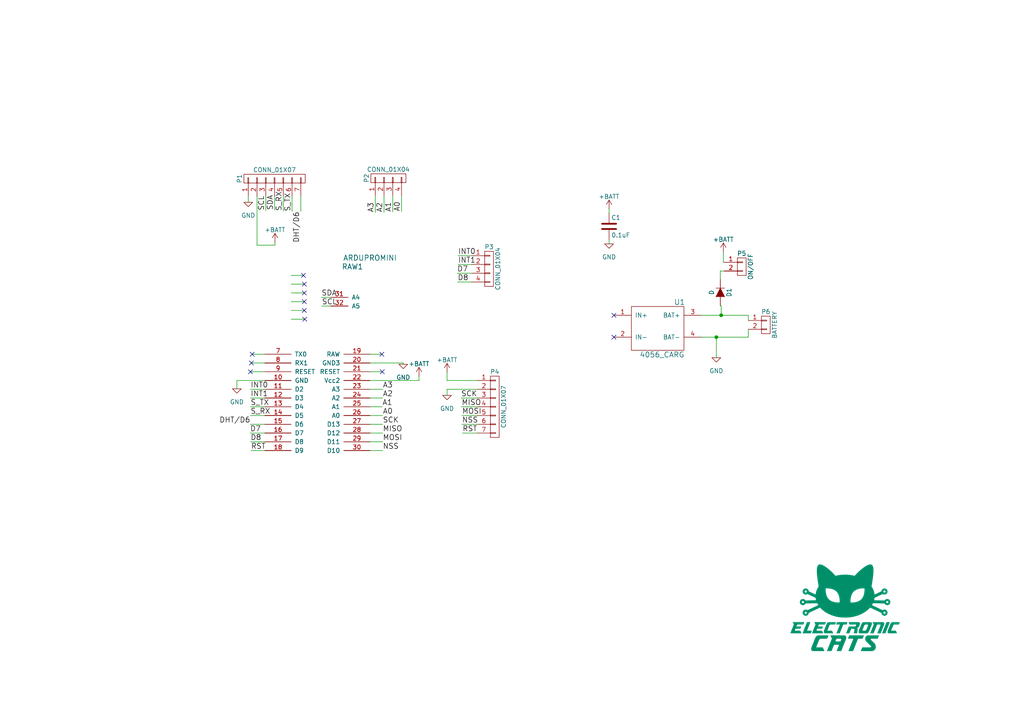
<source format=kicad_sch>
(kicad_sch (version 20230121) (generator eeschema)
  (paper "A4")
  (title_block (title "MainBoard CatSat v1.0") (date "2016-10-16") (rev "0.3") (company "Electronic Cats") (comment 1 "Andres Sabas") (comment 2 "Eduardo Contreras"))
  (lib_symbols
    (symbol "MainBoard-rescue:+BATT" (power) (pin_names (offset 0))
      (property "Value" "+BATT" (at 0 3.556 0))
      (symbol "+BATT_0_1"
        (polyline (pts (xy -0.762 1.27) (xy 0 2.54)))
        (polyline (pts (xy 0 0) (xy 0 2.54)))
        (polyline (pts (xy 0 2.54) (xy 0.762 1.27)))
      )
      (symbol "+BATT_1_1"
        (pin power_in line (at 0 0 90) (length 0) hide (name "+BATT") (number "1"))
      )
    )
    (symbol "MainBoard-rescue:4056_CARG" (pin_names (offset 1.016))
      (property "Reference" "U" (at 6.35 7.62 0))
      (property "Value" "4056_CARG" (at 1.27 -7.62 0))
      (symbol "4056_CARG_0_1"
        (rectangle (start -7.62 6.35) (end 7.62 -6.35))
      )
      (symbol "4056_CARG_1_1"
        (pin input line (at -12.7 3.81 0) (length 5.08) (name "IN+") (number "1"))
        (pin input line (at -12.7 -2.54 0) (length 5.08) (name "IN-") (number "2"))
        (pin input line (at 12.7 3.81 180) (length 5.08) (name "BAT+") (number "3"))
        (pin input line (at 12.7 -2.54 180) (length 5.08) (name "BAT-") (number "4"))
      )
    )
    (symbol "MainBoard-rescue:ARDUPROMINI" (pin_names (offset 1.016))
      (property "Reference" "uP" (at -5.08 -2.54 0))
      (property "Value" "ARDUPROMINI" (at 0 0 0))
      (symbol "ARDUPROMINI_1_1"
        (pin bidirectional line (at -30.48 -35.56 0) (length 7.62) (name "GND") (number "10"))
        (pin bidirectional line (at -30.48 -38.1 0) (length 7.62) (name "D2") (number "11"))
        (pin bidirectional line (at -30.48 -40.64 0) (length 7.62) (name "D3") (number "12"))
        (pin bidirectional line (at -30.48 -43.18 0) (length 7.62) (name "D4") (number "13"))
        (pin bidirectional line (at -30.48 -45.72 0) (length 7.62) (name "D5") (number "14"))
        (pin bidirectional line (at -30.48 -48.26 0) (length 7.62) (name "D6") (number "15"))
        (pin bidirectional line (at -30.48 -50.8 0) (length 7.62) (name "D7") (number "16"))
        (pin bidirectional line (at -30.48 -53.34 0) (length 7.62) (name "D8") (number "17"))
        (pin bidirectional line (at -30.48 -55.88 0) (length 7.62) (name "D9") (number "18"))
        (pin bidirectional line (at 0 -27.94 180) (length 7.62) (name "RAW") (number "19"))
        (pin bidirectional line (at 0 -30.48 180) (length 7.62) (name "GND3") (number "20"))
        (pin input line (at 0 -33.02 180) (length 7.62) (name "RESET") (number "21"))
        (pin bidirectional line (at 0 -35.56 180) (length 7.62) (name "Vcc2") (number "22"))
        (pin bidirectional line (at 0 -38.1 180) (length 7.62) (name "A3") (number "23"))
        (pin bidirectional line (at 0 -40.64 180) (length 7.62) (name "A2") (number "24"))
        (pin bidirectional line (at 0 -43.18 180) (length 7.62) (name "A1") (number "25"))
        (pin bidirectional line (at 0 -45.72 180) (length 7.62) (name "A0") (number "26"))
        (pin bidirectional line (at 0 -48.26 180) (length 7.62) (name "D13") (number "27"))
        (pin input line (at 0 -50.8 180) (length 7.62) (name "D12") (number "28"))
        (pin bidirectional line (at 0 -53.34 180) (length 7.62) (name "D11") (number "29"))
        (pin bidirectional line (at 0 -55.88 180) (length 7.62) (name "D10") (number "30"))
        (pin input line (at -11.43 -11.43 0) (length 5.08) (name "A4") (number "31"))
        (pin input line (at -11.43 -13.97 0) (length 5.08) (name "A5") (number "32"))
        (pin bidirectional line (at -30.48 -27.94 0) (length 7.62) (name "TX0") (number "7"))
        (pin bidirectional line (at -30.48 -30.48 0) (length 7.62) (name "RX1") (number "8"))
        (pin input line (at -30.48 -33.02 0) (length 7.62) (name "RESET") (number "9"))
      )
    )
    (symbol "MainBoard-rescue:C" (pin_numbers hide) (pin_names (offset 0.254))
      (property "Reference" "C" (at 0.635 2.54 0))
      (property "Value" "C" (at 0.635 -2.54 0))
      (symbol "C_0_1"
        (polyline (pts (xy -2.032 -0.762) (xy 2.032 -0.762)) (stroke (width 0.508)))
        (polyline (pts (xy -2.032 0.762) (xy 2.032 0.762)) (stroke (width 0.508)))
      )
      (symbol "C_1_1"
        (pin passive line (at 0 3.81 270) (length 2.794) (name "~") (number "1"))
        (pin passive line (at 0 -3.81 90) (length 2.794) (name "~") (number "2"))
      )
    )
    (symbol "MainBoard-rescue:CONN_01X02" (pin_names (offset 1.016) hide)
      (property "Reference" "P" (at 0 3.81 0))
      (property "Value" "CONN_01X02" (at 2.54 0 90))
      (symbol "CONN_01X02_0_1"
        (rectangle (start -1.27 -1.143) (end 0.254 -1.397))
        (rectangle (start -1.27 1.397) (end 0.254 1.143))
        (rectangle (start -1.27 2.54) (end 1.27 -2.54))
      )
      (symbol "CONN_01X02_1_1"
        (pin passive line (at -5.08 1.27 0) (length 3.81) (name "P1") (number "1"))
        (pin passive line (at -5.08 -1.27 0) (length 3.81) (name "P2") (number "2"))
      )
    )
    (symbol "MainBoard-rescue:CONN_01X04" (pin_names (offset 1.016) hide)
      (property "Reference" "P" (at 0 6.35 0))
      (property "Value" "CONN_01X04" (at 2.54 0 90))
      (symbol "CONN_01X04_0_1"
        (rectangle (start -1.27 -3.683) (end 0.254 -3.937))
        (rectangle (start -1.27 -1.143) (end 0.254 -1.397))
        (rectangle (start -1.27 1.397) (end 0.254 1.143))
        (rectangle (start -1.27 3.937) (end 0.254 3.683))
        (rectangle (start -1.27 5.08) (end 1.27 -5.08))
      )
      (symbol "CONN_01X04_1_1"
        (pin passive line (at -5.08 3.81 0) (length 3.81) (name "P1") (number "1"))
        (pin passive line (at -5.08 1.27 0) (length 3.81) (name "P2") (number "2"))
        (pin passive line (at -5.08 -1.27 0) (length 3.81) (name "P3") (number "3"))
        (pin passive line (at -5.08 -3.81 0) (length 3.81) (name "P4") (number "4"))
      )
    )
    (symbol "MainBoard-rescue:CONN_01X07" (pin_names (offset 1.016) hide)
      (property "Reference" "P" (at 0 10.16 0))
      (property "Value" "CONN_01X07" (at 2.54 0 90))
      (symbol "CONN_01X07_0_1"
        (rectangle (start -1.27 -8.89) (end 1.27 8.89))
        (rectangle (start -1.27 -7.493) (end 0.254 -7.747))
        (rectangle (start -1.27 -4.953) (end 0.254 -5.207))
        (rectangle (start -1.27 -2.413) (end 0.254 -2.667))
        (rectangle (start -1.27 0.127) (end 0.254 -0.127))
        (rectangle (start -1.27 2.667) (end 0.254 2.413))
        (rectangle (start -1.27 5.207) (end 0.254 4.953))
        (rectangle (start -1.27 7.747) (end 0.254 7.493))
      )
      (symbol "CONN_01X07_1_1"
        (pin passive line (at -5.08 7.62 0) (length 3.81) (name "P1") (number "1"))
        (pin passive line (at -5.08 5.08 0) (length 3.81) (name "P2") (number "2"))
        (pin passive line (at -5.08 2.54 0) (length 3.81) (name "P3") (number "3"))
        (pin passive line (at -5.08 0 0) (length 3.81) (name "P4") (number "4"))
        (pin passive line (at -5.08 -2.54 0) (length 3.81) (name "P5") (number "5"))
        (pin passive line (at -5.08 -5.08 0) (length 3.81) (name "P6") (number "6"))
        (pin passive line (at -5.08 -7.62 0) (length 3.81) (name "P7") (number "7"))
      )
    )
    (symbol "MainBoard-rescue:D" (pin_numbers hide) (pin_names (offset 1.016) hide)
      (property "Reference" "D" (at 0 2.54 0))
      (property "Value" "D" (at 0 -2.54 0))
      (symbol "D_0_1"
        (polyline (pts (xy -1.27 1.27) (xy -1.27 -1.27)) (stroke (width 0.1524)))
        (polyline (pts (xy 1.27 1.27) (xy -1.27 0) (xy 1.27 -1.27)) (fill (type outline)))
      )
      (symbol "D_1_1"
        (pin passive line (at -3.81 0 0) (length 2.54) (name "K") (number "1"))
        (pin passive line (at 3.81 0 180) (length 2.54) (name "A") (number "2"))
      )
    )
    (symbol "MainBoard-rescue:GND-RESCUE-CatSat" (power) (pin_names (offset 0))
      (symbol "GND-RESCUE-CatSat_0_1"
        (polyline (pts (xy -1.27 0) (xy 0 -1.27) (xy 1.27 0) (xy -1.27 0)))
      )
      (symbol "GND-RESCUE-CatSat_1_1"
        (pin power_in line (at 0 0 90) (length 0) hide (name "GND") (number "1"))
      )
    )
  )
  (junction (at 207.772 97.79))
  (junction (at 209.169 91.44))
  (no_connect (at 88.392 92.583))
  (no_connect (at 88.011 79.883))
  (no_connect (at 88.265 90.043))
  (no_connect (at 110.744 102.743))
  (no_connect (at 88.265 87.503))
  (no_connect (at 88.265 82.423))
  (no_connect (at 72.898 105.283))
  (no_connect (at 178.054 91.44))
  (no_connect (at 178.054 97.79))
  (no_connect (at 88.265 84.963))
  (no_connect (at 73.152 102.743))
  (no_connect (at 110.871 107.823))
  (no_connect (at 72.644 107.823))
  (wire (pts (xy 79.629 56.896) (xy 79.629 60.96)))
  (wire (pts (xy 84.709 56.896) (xy 84.709 61.341)))
  (wire (pts (xy 84.455 92.583) (xy 88.392 92.583)))
  (wire (pts (xy 107.315 123.063) (xy 110.998 123.063)))
  (wire (pts (xy 107.315 102.743) (xy 110.744 102.743)))
  (wire (pts (xy 76.835 120.523) (xy 72.644 120.523)))
  (wire (pts (xy 76.835 105.283) (xy 72.898 105.283)))
  (wire (pts (xy 107.315 115.443) (xy 110.998 115.443)))
  (wire (pts (xy 138.43 125.603) (xy 134.112 125.603)))
  (wire (pts (xy 121.539 110.363) (xy 121.539 109.093)))
  (wire (pts (xy 72.009 58.674) (xy 72.009 56.896)))
  (wire (pts (xy 107.315 125.603) (xy 110.998 125.603)))
  (wire (pts (xy 68.707 110.363) (xy 76.835 110.363)))
  (wire (pts (xy 107.315 107.823) (xy 110.871 107.823)))
  (wire (pts (xy 76.835 125.603) (xy 72.517 125.603)))
  (wire (pts (xy 84.455 82.423) (xy 88.265 82.423)))
  (wire (pts (xy 207.772 103.759) (xy 207.772 97.79)))
  (wire (pts (xy 76.835 123.063) (xy 72.644 123.063)))
  (wire (pts (xy 113.919 56.769) (xy 113.919 61.468)))
  (wire (pts (xy 68.707 110.363) (xy 68.707 112.776)))
  (wire (pts (xy 107.315 117.983) (xy 110.871 117.983)))
  (wire (pts (xy 76.835 102.743) (xy 73.152 102.743)))
  (wire (pts (xy 138.43 117.983) (xy 133.858 117.983)))
  (wire (pts (xy 107.315 110.363) (xy 121.539 110.363)))
  (wire (pts (xy 84.455 79.883) (xy 88.011 79.883)))
  (wire (pts (xy 138.43 115.443) (xy 133.731 115.443)))
  (wire (pts (xy 87.249 56.896) (xy 87.249 61.341)))
  (wire (pts (xy 208.915 78.613) (xy 208.915 81.026)))
  (wire (pts (xy 209.169 88.646) (xy 209.169 91.44)))
  (wire (pts (xy 209.804 76.073) (xy 210.058 76.073)))
  (wire (pts (xy 136.779 81.788) (xy 132.715 81.788)))
  (wire (pts (xy 95.885 88.773) (xy 93.345 88.773)))
  (wire (pts (xy 203.454 91.44) (xy 209.169 91.44)))
  (wire (pts (xy 107.315 120.523) (xy 110.998 120.523)))
  (wire (pts (xy 176.657 60.579) (xy 176.657 61.849)))
  (wire (pts (xy 129.667 112.903) (xy 129.667 114.681)))
  (wire (pts (xy 82.169 56.896) (xy 82.169 61.214)))
  (wire (pts (xy 209.169 88.646) (xy 208.915 88.646)))
  (wire (pts (xy 129.667 112.903) (xy 138.43 112.903)))
  (wire (pts (xy 129.667 110.363) (xy 138.43 110.363)))
  (wire (pts (xy 74.549 71.12) (xy 79.756 71.12)))
  (wire (pts (xy 108.839 56.769) (xy 108.839 61.595)))
  (wire (pts (xy 76.835 128.143) (xy 72.644 128.143)))
  (wire (pts (xy 207.772 97.79) (xy 203.454 97.79)))
  (wire (pts (xy 116.967 105.283) (xy 116.967 105.664)))
  (wire (pts (xy 217.043 95.504) (xy 217.043 97.79)))
  (wire (pts (xy 116.967 105.283) (xy 107.315 105.283)))
  (wire (pts (xy 77.089 56.896) (xy 77.089 61.087)))
  (wire (pts (xy 111.379 56.769) (xy 111.379 61.595)))
  (wire (pts (xy 76.835 130.683) (xy 72.771 130.683)))
  (wire (pts (xy 176.657 69.469) (xy 176.657 70.739)))
  (wire (pts (xy 138.43 120.523) (xy 133.985 120.523)))
  (wire (pts (xy 217.043 97.79) (xy 207.772 97.79)))
  (wire (pts (xy 79.756 71.12) (xy 79.756 70.231)))
  (wire (pts (xy 138.43 123.063) (xy 133.985 123.063)))
  (wire (pts (xy 72.644 115.443) (xy 76.835 115.443)))
  (wire (pts (xy 107.315 112.903) (xy 110.998 112.903)))
  (wire (pts (xy 107.315 130.683) (xy 110.998 130.683)))
  (wire (pts (xy 93.218 86.233) (xy 95.885 86.233)))
  (wire (pts (xy 210.058 78.613) (xy 208.915 78.613)))
  (wire (pts (xy 209.169 91.44) (xy 217.043 91.44)))
  (wire (pts (xy 76.835 117.983) (xy 72.644 117.983)))
  (wire (pts (xy 136.779 74.168) (xy 132.842 74.168)))
  (wire (pts (xy 74.549 56.896) (xy 74.549 71.12)))
  (wire (pts (xy 76.835 107.823) (xy 72.644 107.823)))
  (wire (pts (xy 84.455 84.963) (xy 88.265 84.963)))
  (wire (pts (xy 129.667 110.363) (xy 129.667 107.95)))
  (wire (pts (xy 136.779 76.708) (xy 132.842 76.708)))
  (wire (pts (xy 107.315 128.143) (xy 110.998 128.143)))
  (wire (pts (xy 136.779 79.248) (xy 132.588 79.248)))
  (wire (pts (xy 76.835 112.903) (xy 72.644 112.903)))
  (wire (pts (xy 116.459 56.769) (xy 116.459 61.341)))
  (wire (pts (xy 217.043 91.44) (xy 217.043 92.964)))
  (wire (pts (xy 209.804 73.025) (xy 209.804 76.073)))
  (wire (pts (xy 84.455 87.503) (xy 88.265 87.503)))
  (wire (pts (xy 84.455 90.043) (xy 88.265 90.043)))
  (image (at 245.11 176.276))
  (label "A3" (at 108.839 61.595 90) (effects (font (size 1.524 1.524))))
  (label "SDA" (at 93.218 86.233 0) (effects (font (size 1.524 1.524))))
  (label "RST" (at 134.112 125.603 0) (effects (font (size 1.524 1.524))))
  (label "A1" (at 113.919 61.468 90) (effects (font (size 1.524 1.524))))
  (label "NSS" (at 133.985 123.063 0) (effects (font (size 1.524 1.524))))
  (label "INT0" (at 132.842 74.168 0) (effects (font (size 1.524 1.524))))
  (label "A0" (at 116.459 61.341 90) (effects (font (size 1.524 1.524))))
  (label "S_TX" (at 84.709 61.341 90) (effects (font (size 1.524 1.524))))
  (label "S_RX" (at 82.169 61.214 90) (effects (font (size 1.524 1.524))))
  (label "A3" (at 110.998 112.903 0) (effects (font (size 1.524 1.524))))
  (label "SDA" (at 79.629 60.96 90) (effects (font (size 1.524 1.524))))
  (label "MISO" (at 110.998 125.603 0) (effects (font (size 1.524 1.524))))
  (label "S_TX" (at 72.644 117.983 0) (effects (font (size 1.524 1.524))))
  (label "INT0" (at 72.644 112.903 0) (effects (font (size 1.524 1.524))))
  (label "A2" (at 111.379 61.595 90) (effects (font (size 1.524 1.524))))
  (label "D8" (at 72.644 128.143 0) (effects (font (size 1.524 1.524))))
  (label "MOSI" (at 110.998 128.143 0) (effects (font (size 1.524 1.524))))
  (label "INT1" (at 132.842 76.708 0) (effects (font (size 1.524 1.524))))
  (label "SCK" (at 133.731 115.443 0) (effects (font (size 1.524 1.524))))
  (label "NSS" (at 110.998 130.683 0) (effects (font (size 1.524 1.524))))
  (label "A0" (at 110.998 120.523 0) (effects (font (size 1.524 1.524))))
  (label "SCL" (at 93.345 88.773 0) (effects (font (size 1.524 1.524))))
  (label "A1" (at 110.871 117.983 0) (effects (font (size 1.524 1.524))))
  (label "D8" (at 132.715 81.788 0) (effects (font (size 1.524 1.524))))
  (label "DHT/D6" (at 87.249 61.341 270) (effects (font (size 1.524 1.524))))
  (label "D7" (at 132.588 79.248 0) (effects (font (size 1.524 1.524))))
  (label "S_RX" (at 72.644 120.523 0) (effects (font (size 1.524 1.524))))
  (label "DHT/D6" (at 72.644 123.063 180) (effects (font (size 1.524 1.524))))
  (label "MISO" (at 133.858 117.983 0) (effects (font (size 1.524 1.524))))
  (label "RST" (at 72.771 130.683 0) (effects (font (size 1.524 1.524))))
  (label "D7" (at 72.517 125.603 0) (effects (font (size 1.524 1.524))))
  (label "SCK" (at 110.998 123.063 0) (effects (font (size 1.524 1.524))))
  (label "MOSI" (at 133.985 120.523 0) (effects (font (size 1.524 1.524))))
  (label "A2" (at 110.998 115.443 0) (effects (font (size 1.524 1.524))))
  (label "SCL" (at 77.089 61.087 90) (effects (font (size 1.524 1.524))))
  (label "INT1" (at 72.644 115.443 0) (effects (font (size 1.524 1.524))))
  (symbol (lib_id "MainBoard-rescue:ARDUPROMINI") (at 107.315 74.803 0) (unit 1)
    (property "Reference" "RAW1" (at 102.235 77.343 0) (effects (font (size 1.524 1.524))))
    (property "Value" "ARDUPROMINI" (at 107.315 74.803 0) (effects (font (size 1.524 1.524))))
    (property "Footprint" "CatSat:arduinoMiniPro" (effects hide))
  )
  (symbol (lib_id "MainBoard-rescue:CONN_01X04") (at 112.649 51.689 90) (unit 1)
    (property "Reference" "P2" (at 106.299 51.689 0))
    (property "Value" "CONN_01X04" (at 112.649 49.149 90))
    (property "Footprint" "Pin_Headers:Pin_Header_Straight_1x04" (effects hide))
  )
  (symbol (lib_id "MainBoard-rescue:CONN_01X07") (at 79.629 51.816 90) (unit 1)
    (property "Reference" "P1" (at 69.469 51.816 0))
    (property "Value" "CONN_01X07" (at 79.629 49.276 90))
    (property "Footprint" "Pin_Headers:Pin_Header_Straight_1x07" (effects hide))
  )
  (symbol (lib_id "MainBoard-rescue:CONN_01X07") (at 143.51 117.983 0) (unit 1)
    (property "Reference" "P4" (at 143.51 107.823 0))
    (property "Value" "CONN_01X07" (at 146.05 117.983 90))
    (property "Footprint" "Pin_Headers:Pin_Header_Straight_1x07" (effects hide))
  )
  (symbol (lib_id "MainBoard-rescue:CONN_01X04") (at 141.859 77.978 0) (unit 1)
    (property "Reference" "P3" (at 141.859 71.628 0))
    (property "Value" "CONN_01X04" (at 144.399 77.978 90))
    (property "Footprint" "Pin_Headers:Pin_Header_Straight_1x04" (effects hide))
  )
  (symbol (lib_id "MainBoard-rescue:+BATT") (at 79.756 70.231 0) (unit 1)
    (property "Reference" "#PWR01" (effects hide))
    (property "Value" "+BATT" (at 79.756 66.675 0))
  )
  (symbol (lib_id "MainBoard-rescue:+BATT") (at 121.539 109.093 0) (unit 1)
    (property "Reference" "#PWR02" (effects hide))
    (property "Value" "+BATT" (at 121.539 105.537 0))
  )
  (symbol (lib_id "MainBoard-rescue:GND-RESCUE-CatSat") (at 116.967 105.664 0) (unit 1)
    (property "Reference" "#PWR03" (effects hide))
    (property "Value" "GND" (at 116.967 109.474 0))
  )
  (symbol (lib_id "MainBoard-rescue:GND-RESCUE-CatSat") (at 68.707 112.776 0) (unit 1)
    (property "Reference" "#PWR04" (effects hide))
    (property "Value" "GND" (at 68.707 116.586 0))
  )
  (symbol (lib_id "MainBoard-rescue:4056_CARG") (at 190.754 95.25 0) (unit 1)
    (property "Reference" "U1" (at 197.104 87.63 0) (effects (font (size 1.524 1.524))))
    (property "Value" "4056_CARG" (at 192.024 102.87 0) (effects (font (size 1.524 1.524))))
    (property "Footprint" "CatSat:4056_lipoCharg" (effects hide))
  )
  (symbol (lib_id "MainBoard-rescue:CONN_01X02") (at 222.123 94.234 0) (unit 1)
    (property "Reference" "P6" (at 222.123 90.424 0))
    (property "Value" "BATTERY" (at 224.663 94.234 90))
    (property "Footprint" "Pin_Headers:Pin_Header_Straight_1x02" (effects hide))
  )
  (symbol (lib_id "MainBoard-rescue:D") (at 208.915 84.836 270) (unit 1)
    (property "Reference" "D1" (at 211.455 84.836 0))
    (property "Value" "D" (at 206.375 84.836 0))
    (property "Footprint" "Diodes_ThroughHole:Diode_DO-41_SOD81_Horizontal_RM10" (effects hide))
  )
  (symbol (lib_id "MainBoard-rescue:+BATT") (at 209.804 73.025 0) (unit 1)
    (property "Reference" "#PWR05" (effects hide))
    (property "Value" "+BATT" (at 209.804 69.469 0))
  )
  (symbol (lib_id "MainBoard-rescue:GND-RESCUE-CatSat") (at 72.009 58.674 0) (unit 1)
    (property "Reference" "#PWR06" (effects hide))
    (property "Value" "GND" (at 72.009 62.484 0))
  )
  (symbol (lib_id "MainBoard-rescue:GND-RESCUE-CatSat") (at 129.667 114.681 0) (unit 1)
    (property "Reference" "#PWR07" (effects hide))
    (property "Value" "GND" (at 129.667 118.491 0))
  )
  (symbol (lib_id "MainBoard-rescue:+BATT") (at 129.667 107.95 0) (unit 1)
    (property "Reference" "#PWR08" (effects hide))
    (property "Value" "+BATT" (at 129.667 104.394 0))
  )
  (symbol (lib_id "MainBoard-rescue:C") (at 176.657 65.659 0) (unit 1)
    (property "Reference" "C1" (at 177.292 63.119 0) (effects (justify left)))
    (property "Value" "0.1uF" (at 177.292 68.199 0) (effects (justify left)))
    (property "Footprint" "Capacitors_ThroughHole:C_Disc_D6_P5" (effects hide))
  )
  (symbol (lib_id "MainBoard-rescue:+BATT") (at 176.657 60.579 0) (unit 1)
    (property "Reference" "#PWR09" (effects hide))
    (property "Value" "+BATT" (at 176.657 57.023 0))
  )
  (symbol (lib_id "MainBoard-rescue:GND-RESCUE-CatSat") (at 176.657 70.739 0) (unit 1)
    (property "Reference" "#PWR010" (effects hide))
    (property "Value" "GND" (at 176.657 74.549 0))
  )
  (symbol (lib_id "MainBoard-rescue:GND-RESCUE-CatSat") (at 207.772 103.759 0) (unit 1)
    (property "Reference" "#PWR011" (effects hide))
    (property "Value" "GND" (at 207.772 107.569 0))
  )
  (symbol (lib_id "MainBoard-rescue:CONN_01X02") (at 215.138 77.343 0) (unit 1)
    (property "Reference" "P5" (at 215.138 73.533 0))
    (property "Value" "ON/OFF" (at 217.678 77.343 90))
    (property "Footprint" "Pin_Headers:Pin_Header_Angled_1x02" (effects hide))
  )
)
</source>
